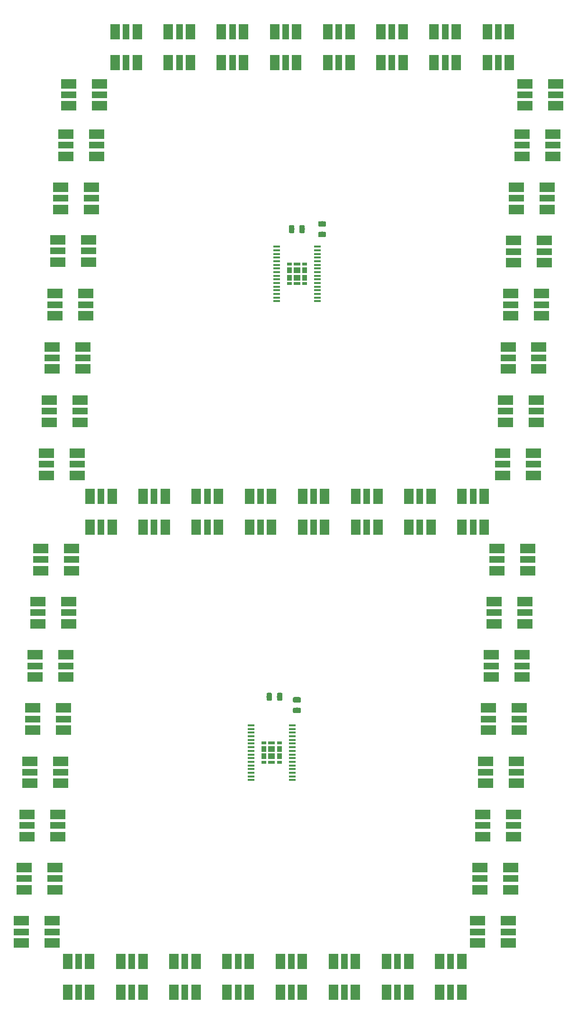
<source format=gbr>
G04 #@! TF.GenerationSoftware,KiCad,Pcbnew,(5.1.2)-1*
G04 #@! TF.CreationDate,2019-09-02T13:58:39+02:00*
G04 #@! TF.ProjectId,gross-kursiv2b,67726f73-732d-46b7-9572-73697632622e,rev?*
G04 #@! TF.SameCoordinates,Original*
G04 #@! TF.FileFunction,Paste,Top*
G04 #@! TF.FilePolarity,Positive*
%FSLAX46Y46*%
G04 Gerber Fmt 4.6, Leading zero omitted, Abs format (unit mm)*
G04 Created by KiCad (PCBNEW (5.1.2)-1) date 2019-09-02 13:58:39*
%MOMM*%
%LPD*%
G04 APERTURE LIST*
%ADD10C,0.100000*%
%ADD11C,0.975000*%
%ADD12R,1.200000X0.400000*%
%ADD13R,1.200000X1.000000*%
%ADD14R,1.200000X0.550000*%
%ADD15R,0.930000X1.000000*%
%ADD16R,0.930000X0.550000*%
%ADD17R,1.700000X2.700000*%
%ADD18R,1.300000X2.700000*%
%ADD19R,2.700000X1.700000*%
%ADD20R,2.700000X1.300000*%
G04 APERTURE END LIST*
D10*
G36*
X90980142Y-54951174D02*
G01*
X91003803Y-54954684D01*
X91027007Y-54960496D01*
X91049529Y-54968554D01*
X91071153Y-54978782D01*
X91091670Y-54991079D01*
X91110883Y-55005329D01*
X91128607Y-55021393D01*
X91144671Y-55039117D01*
X91158921Y-55058330D01*
X91171218Y-55078847D01*
X91181446Y-55100471D01*
X91189504Y-55122993D01*
X91195316Y-55146197D01*
X91198826Y-55169858D01*
X91200000Y-55193750D01*
X91200000Y-55681250D01*
X91198826Y-55705142D01*
X91195316Y-55728803D01*
X91189504Y-55752007D01*
X91181446Y-55774529D01*
X91171218Y-55796153D01*
X91158921Y-55816670D01*
X91144671Y-55835883D01*
X91128607Y-55853607D01*
X91110883Y-55869671D01*
X91091670Y-55883921D01*
X91071153Y-55896218D01*
X91049529Y-55906446D01*
X91027007Y-55914504D01*
X91003803Y-55920316D01*
X90980142Y-55923826D01*
X90956250Y-55925000D01*
X90043750Y-55925000D01*
X90019858Y-55923826D01*
X89996197Y-55920316D01*
X89972993Y-55914504D01*
X89950471Y-55906446D01*
X89928847Y-55896218D01*
X89908330Y-55883921D01*
X89889117Y-55869671D01*
X89871393Y-55853607D01*
X89855329Y-55835883D01*
X89841079Y-55816670D01*
X89828782Y-55796153D01*
X89818554Y-55774529D01*
X89810496Y-55752007D01*
X89804684Y-55728803D01*
X89801174Y-55705142D01*
X89800000Y-55681250D01*
X89800000Y-55193750D01*
X89801174Y-55169858D01*
X89804684Y-55146197D01*
X89810496Y-55122993D01*
X89818554Y-55100471D01*
X89828782Y-55078847D01*
X89841079Y-55058330D01*
X89855329Y-55039117D01*
X89871393Y-55021393D01*
X89889117Y-55005329D01*
X89908330Y-54991079D01*
X89928847Y-54978782D01*
X89950471Y-54968554D01*
X89972993Y-54960496D01*
X89996197Y-54954684D01*
X90019858Y-54951174D01*
X90043750Y-54950000D01*
X90956250Y-54950000D01*
X90980142Y-54951174D01*
X90980142Y-54951174D01*
G37*
D11*
X90500000Y-55437500D03*
D10*
G36*
X90980142Y-53076174D02*
G01*
X91003803Y-53079684D01*
X91027007Y-53085496D01*
X91049529Y-53093554D01*
X91071153Y-53103782D01*
X91091670Y-53116079D01*
X91110883Y-53130329D01*
X91128607Y-53146393D01*
X91144671Y-53164117D01*
X91158921Y-53183330D01*
X91171218Y-53203847D01*
X91181446Y-53225471D01*
X91189504Y-53247993D01*
X91195316Y-53271197D01*
X91198826Y-53294858D01*
X91200000Y-53318750D01*
X91200000Y-53806250D01*
X91198826Y-53830142D01*
X91195316Y-53853803D01*
X91189504Y-53877007D01*
X91181446Y-53899529D01*
X91171218Y-53921153D01*
X91158921Y-53941670D01*
X91144671Y-53960883D01*
X91128607Y-53978607D01*
X91110883Y-53994671D01*
X91091670Y-54008921D01*
X91071153Y-54021218D01*
X91049529Y-54031446D01*
X91027007Y-54039504D01*
X91003803Y-54045316D01*
X90980142Y-54048826D01*
X90956250Y-54050000D01*
X90043750Y-54050000D01*
X90019858Y-54048826D01*
X89996197Y-54045316D01*
X89972993Y-54039504D01*
X89950471Y-54031446D01*
X89928847Y-54021218D01*
X89908330Y-54008921D01*
X89889117Y-53994671D01*
X89871393Y-53978607D01*
X89855329Y-53960883D01*
X89841079Y-53941670D01*
X89828782Y-53921153D01*
X89818554Y-53899529D01*
X89810496Y-53877007D01*
X89804684Y-53853803D01*
X89801174Y-53830142D01*
X89800000Y-53806250D01*
X89800000Y-53318750D01*
X89801174Y-53294858D01*
X89804684Y-53271197D01*
X89810496Y-53247993D01*
X89818554Y-53225471D01*
X89828782Y-53203847D01*
X89841079Y-53183330D01*
X89855329Y-53164117D01*
X89871393Y-53146393D01*
X89889117Y-53130329D01*
X89908330Y-53116079D01*
X89928847Y-53103782D01*
X89950471Y-53093554D01*
X89972993Y-53085496D01*
X89996197Y-53079684D01*
X90019858Y-53076174D01*
X90043750Y-53075000D01*
X90956250Y-53075000D01*
X90980142Y-53076174D01*
X90980142Y-53076174D01*
G37*
D11*
X90500000Y-53562500D03*
D10*
G36*
X86480142Y-138076174D02*
G01*
X86503803Y-138079684D01*
X86527007Y-138085496D01*
X86549529Y-138093554D01*
X86571153Y-138103782D01*
X86591670Y-138116079D01*
X86610883Y-138130329D01*
X86628607Y-138146393D01*
X86644671Y-138164117D01*
X86658921Y-138183330D01*
X86671218Y-138203847D01*
X86681446Y-138225471D01*
X86689504Y-138247993D01*
X86695316Y-138271197D01*
X86698826Y-138294858D01*
X86700000Y-138318750D01*
X86700000Y-138806250D01*
X86698826Y-138830142D01*
X86695316Y-138853803D01*
X86689504Y-138877007D01*
X86681446Y-138899529D01*
X86671218Y-138921153D01*
X86658921Y-138941670D01*
X86644671Y-138960883D01*
X86628607Y-138978607D01*
X86610883Y-138994671D01*
X86591670Y-139008921D01*
X86571153Y-139021218D01*
X86549529Y-139031446D01*
X86527007Y-139039504D01*
X86503803Y-139045316D01*
X86480142Y-139048826D01*
X86456250Y-139050000D01*
X85543750Y-139050000D01*
X85519858Y-139048826D01*
X85496197Y-139045316D01*
X85472993Y-139039504D01*
X85450471Y-139031446D01*
X85428847Y-139021218D01*
X85408330Y-139008921D01*
X85389117Y-138994671D01*
X85371393Y-138978607D01*
X85355329Y-138960883D01*
X85341079Y-138941670D01*
X85328782Y-138921153D01*
X85318554Y-138899529D01*
X85310496Y-138877007D01*
X85304684Y-138853803D01*
X85301174Y-138830142D01*
X85300000Y-138806250D01*
X85300000Y-138318750D01*
X85301174Y-138294858D01*
X85304684Y-138271197D01*
X85310496Y-138247993D01*
X85318554Y-138225471D01*
X85328782Y-138203847D01*
X85341079Y-138183330D01*
X85355329Y-138164117D01*
X85371393Y-138146393D01*
X85389117Y-138130329D01*
X85408330Y-138116079D01*
X85428847Y-138103782D01*
X85450471Y-138093554D01*
X85472993Y-138085496D01*
X85496197Y-138079684D01*
X85519858Y-138076174D01*
X85543750Y-138075000D01*
X86456250Y-138075000D01*
X86480142Y-138076174D01*
X86480142Y-138076174D01*
G37*
D11*
X86000000Y-138562500D03*
D10*
G36*
X86480142Y-139951174D02*
G01*
X86503803Y-139954684D01*
X86527007Y-139960496D01*
X86549529Y-139968554D01*
X86571153Y-139978782D01*
X86591670Y-139991079D01*
X86610883Y-140005329D01*
X86628607Y-140021393D01*
X86644671Y-140039117D01*
X86658921Y-140058330D01*
X86671218Y-140078847D01*
X86681446Y-140100471D01*
X86689504Y-140122993D01*
X86695316Y-140146197D01*
X86698826Y-140169858D01*
X86700000Y-140193750D01*
X86700000Y-140681250D01*
X86698826Y-140705142D01*
X86695316Y-140728803D01*
X86689504Y-140752007D01*
X86681446Y-140774529D01*
X86671218Y-140796153D01*
X86658921Y-140816670D01*
X86644671Y-140835883D01*
X86628607Y-140853607D01*
X86610883Y-140869671D01*
X86591670Y-140883921D01*
X86571153Y-140896218D01*
X86549529Y-140906446D01*
X86527007Y-140914504D01*
X86503803Y-140920316D01*
X86480142Y-140923826D01*
X86456250Y-140925000D01*
X85543750Y-140925000D01*
X85519858Y-140923826D01*
X85496197Y-140920316D01*
X85472993Y-140914504D01*
X85450471Y-140906446D01*
X85428847Y-140896218D01*
X85408330Y-140883921D01*
X85389117Y-140869671D01*
X85371393Y-140853607D01*
X85355329Y-140835883D01*
X85341079Y-140816670D01*
X85328782Y-140796153D01*
X85318554Y-140774529D01*
X85310496Y-140752007D01*
X85304684Y-140728803D01*
X85301174Y-140705142D01*
X85300000Y-140681250D01*
X85300000Y-140193750D01*
X85301174Y-140169858D01*
X85304684Y-140146197D01*
X85310496Y-140122993D01*
X85318554Y-140100471D01*
X85328782Y-140078847D01*
X85341079Y-140058330D01*
X85355329Y-140039117D01*
X85371393Y-140021393D01*
X85389117Y-140005329D01*
X85408330Y-139991079D01*
X85428847Y-139978782D01*
X85450471Y-139968554D01*
X85472993Y-139960496D01*
X85496197Y-139954684D01*
X85519858Y-139951174D01*
X85543750Y-139950000D01*
X86456250Y-139950000D01*
X86480142Y-139951174D01*
X86480142Y-139951174D01*
G37*
D11*
X86000000Y-140437500D03*
D12*
X82350000Y-57625000D03*
X82350000Y-58275000D03*
X82350000Y-58925000D03*
X82350000Y-59575000D03*
X82350000Y-60225000D03*
X82350000Y-60875000D03*
X82350000Y-61525000D03*
X82350000Y-62175000D03*
X82350000Y-62825000D03*
X82350000Y-63475000D03*
X82350000Y-64125000D03*
X82350000Y-64775000D03*
X82350000Y-65425000D03*
X82350000Y-66075000D03*
X82350000Y-66725000D03*
X82350000Y-67375000D03*
X89650000Y-67375000D03*
X89650000Y-66725000D03*
X89650000Y-66075000D03*
X89650000Y-65425000D03*
X89650000Y-64775000D03*
X89650000Y-64125000D03*
X89650000Y-63475000D03*
X89650000Y-62825000D03*
X89650000Y-62175000D03*
X89650000Y-61525000D03*
X89650000Y-60875000D03*
X89650000Y-60225000D03*
X89650000Y-59575000D03*
X89650000Y-58925000D03*
X89650000Y-58275000D03*
X89650000Y-57625000D03*
D13*
X86000000Y-61850000D03*
X86000000Y-63150000D03*
D14*
X86000000Y-64225000D03*
X86000000Y-60775000D03*
D15*
X84635000Y-61850000D03*
X84635000Y-63150000D03*
X87365000Y-63150000D03*
X87365000Y-61850000D03*
D16*
X87365000Y-60775000D03*
X87365000Y-64225000D03*
X84635000Y-64225000D03*
X84635000Y-60775000D03*
X80135000Y-146275000D03*
X80135000Y-149725000D03*
X82865000Y-149725000D03*
X82865000Y-146275000D03*
D15*
X82865000Y-147350000D03*
X82865000Y-148650000D03*
X80135000Y-148650000D03*
X80135000Y-147350000D03*
D14*
X81500000Y-146275000D03*
X81500000Y-149725000D03*
D13*
X81500000Y-148650000D03*
X81500000Y-147350000D03*
D12*
X85150000Y-143125000D03*
X85150000Y-143775000D03*
X85150000Y-144425000D03*
X85150000Y-145075000D03*
X85150000Y-145725000D03*
X85150000Y-146375000D03*
X85150000Y-147025000D03*
X85150000Y-147675000D03*
X85150000Y-148325000D03*
X85150000Y-148975000D03*
X85150000Y-149625000D03*
X85150000Y-150275000D03*
X85150000Y-150925000D03*
X85150000Y-151575000D03*
X85150000Y-152225000D03*
X85150000Y-152875000D03*
X77850000Y-152875000D03*
X77850000Y-152225000D03*
X77850000Y-151575000D03*
X77850000Y-150925000D03*
X77850000Y-150275000D03*
X77850000Y-149625000D03*
X77850000Y-148975000D03*
X77850000Y-148325000D03*
X77850000Y-147675000D03*
X77850000Y-147025000D03*
X77850000Y-146375000D03*
X77850000Y-145725000D03*
X77850000Y-145075000D03*
X77850000Y-144425000D03*
X77850000Y-143775000D03*
X77850000Y-143125000D03*
D10*
G36*
X81330142Y-137301174D02*
G01*
X81353803Y-137304684D01*
X81377007Y-137310496D01*
X81399529Y-137318554D01*
X81421153Y-137328782D01*
X81441670Y-137341079D01*
X81460883Y-137355329D01*
X81478607Y-137371393D01*
X81494671Y-137389117D01*
X81508921Y-137408330D01*
X81521218Y-137428847D01*
X81531446Y-137450471D01*
X81539504Y-137472993D01*
X81545316Y-137496197D01*
X81548826Y-137519858D01*
X81550000Y-137543750D01*
X81550000Y-138456250D01*
X81548826Y-138480142D01*
X81545316Y-138503803D01*
X81539504Y-138527007D01*
X81531446Y-138549529D01*
X81521218Y-138571153D01*
X81508921Y-138591670D01*
X81494671Y-138610883D01*
X81478607Y-138628607D01*
X81460883Y-138644671D01*
X81441670Y-138658921D01*
X81421153Y-138671218D01*
X81399529Y-138681446D01*
X81377007Y-138689504D01*
X81353803Y-138695316D01*
X81330142Y-138698826D01*
X81306250Y-138700000D01*
X80818750Y-138700000D01*
X80794858Y-138698826D01*
X80771197Y-138695316D01*
X80747993Y-138689504D01*
X80725471Y-138681446D01*
X80703847Y-138671218D01*
X80683330Y-138658921D01*
X80664117Y-138644671D01*
X80646393Y-138628607D01*
X80630329Y-138610883D01*
X80616079Y-138591670D01*
X80603782Y-138571153D01*
X80593554Y-138549529D01*
X80585496Y-138527007D01*
X80579684Y-138503803D01*
X80576174Y-138480142D01*
X80575000Y-138456250D01*
X80575000Y-137543750D01*
X80576174Y-137519858D01*
X80579684Y-137496197D01*
X80585496Y-137472993D01*
X80593554Y-137450471D01*
X80603782Y-137428847D01*
X80616079Y-137408330D01*
X80630329Y-137389117D01*
X80646393Y-137371393D01*
X80664117Y-137355329D01*
X80683330Y-137341079D01*
X80703847Y-137328782D01*
X80725471Y-137318554D01*
X80747993Y-137310496D01*
X80771197Y-137304684D01*
X80794858Y-137301174D01*
X80818750Y-137300000D01*
X81306250Y-137300000D01*
X81330142Y-137301174D01*
X81330142Y-137301174D01*
G37*
D11*
X81062500Y-138000000D03*
D10*
G36*
X83205142Y-137301174D02*
G01*
X83228803Y-137304684D01*
X83252007Y-137310496D01*
X83274529Y-137318554D01*
X83296153Y-137328782D01*
X83316670Y-137341079D01*
X83335883Y-137355329D01*
X83353607Y-137371393D01*
X83369671Y-137389117D01*
X83383921Y-137408330D01*
X83396218Y-137428847D01*
X83406446Y-137450471D01*
X83414504Y-137472993D01*
X83420316Y-137496197D01*
X83423826Y-137519858D01*
X83425000Y-137543750D01*
X83425000Y-138456250D01*
X83423826Y-138480142D01*
X83420316Y-138503803D01*
X83414504Y-138527007D01*
X83406446Y-138549529D01*
X83396218Y-138571153D01*
X83383921Y-138591670D01*
X83369671Y-138610883D01*
X83353607Y-138628607D01*
X83335883Y-138644671D01*
X83316670Y-138658921D01*
X83296153Y-138671218D01*
X83274529Y-138681446D01*
X83252007Y-138689504D01*
X83228803Y-138695316D01*
X83205142Y-138698826D01*
X83181250Y-138700000D01*
X82693750Y-138700000D01*
X82669858Y-138698826D01*
X82646197Y-138695316D01*
X82622993Y-138689504D01*
X82600471Y-138681446D01*
X82578847Y-138671218D01*
X82558330Y-138658921D01*
X82539117Y-138644671D01*
X82521393Y-138628607D01*
X82505329Y-138610883D01*
X82491079Y-138591670D01*
X82478782Y-138571153D01*
X82468554Y-138549529D01*
X82460496Y-138527007D01*
X82454684Y-138503803D01*
X82451174Y-138480142D01*
X82450000Y-138456250D01*
X82450000Y-137543750D01*
X82451174Y-137519858D01*
X82454684Y-137496197D01*
X82460496Y-137472993D01*
X82468554Y-137450471D01*
X82478782Y-137428847D01*
X82491079Y-137408330D01*
X82505329Y-137389117D01*
X82521393Y-137371393D01*
X82539117Y-137355329D01*
X82558330Y-137341079D01*
X82578847Y-137328782D01*
X82600471Y-137318554D01*
X82622993Y-137310496D01*
X82646197Y-137304684D01*
X82669858Y-137301174D01*
X82693750Y-137300000D01*
X83181250Y-137300000D01*
X83205142Y-137301174D01*
X83205142Y-137301174D01*
G37*
D11*
X82937500Y-138000000D03*
D10*
G36*
X87205142Y-53801174D02*
G01*
X87228803Y-53804684D01*
X87252007Y-53810496D01*
X87274529Y-53818554D01*
X87296153Y-53828782D01*
X87316670Y-53841079D01*
X87335883Y-53855329D01*
X87353607Y-53871393D01*
X87369671Y-53889117D01*
X87383921Y-53908330D01*
X87396218Y-53928847D01*
X87406446Y-53950471D01*
X87414504Y-53972993D01*
X87420316Y-53996197D01*
X87423826Y-54019858D01*
X87425000Y-54043750D01*
X87425000Y-54956250D01*
X87423826Y-54980142D01*
X87420316Y-55003803D01*
X87414504Y-55027007D01*
X87406446Y-55049529D01*
X87396218Y-55071153D01*
X87383921Y-55091670D01*
X87369671Y-55110883D01*
X87353607Y-55128607D01*
X87335883Y-55144671D01*
X87316670Y-55158921D01*
X87296153Y-55171218D01*
X87274529Y-55181446D01*
X87252007Y-55189504D01*
X87228803Y-55195316D01*
X87205142Y-55198826D01*
X87181250Y-55200000D01*
X86693750Y-55200000D01*
X86669858Y-55198826D01*
X86646197Y-55195316D01*
X86622993Y-55189504D01*
X86600471Y-55181446D01*
X86578847Y-55171218D01*
X86558330Y-55158921D01*
X86539117Y-55144671D01*
X86521393Y-55128607D01*
X86505329Y-55110883D01*
X86491079Y-55091670D01*
X86478782Y-55071153D01*
X86468554Y-55049529D01*
X86460496Y-55027007D01*
X86454684Y-55003803D01*
X86451174Y-54980142D01*
X86450000Y-54956250D01*
X86450000Y-54043750D01*
X86451174Y-54019858D01*
X86454684Y-53996197D01*
X86460496Y-53972993D01*
X86468554Y-53950471D01*
X86478782Y-53928847D01*
X86491079Y-53908330D01*
X86505329Y-53889117D01*
X86521393Y-53871393D01*
X86539117Y-53855329D01*
X86558330Y-53841079D01*
X86578847Y-53828782D01*
X86600471Y-53818554D01*
X86622993Y-53810496D01*
X86646197Y-53804684D01*
X86669858Y-53801174D01*
X86693750Y-53800000D01*
X87181250Y-53800000D01*
X87205142Y-53801174D01*
X87205142Y-53801174D01*
G37*
D11*
X86937500Y-54500000D03*
D10*
G36*
X85330142Y-53801174D02*
G01*
X85353803Y-53804684D01*
X85377007Y-53810496D01*
X85399529Y-53818554D01*
X85421153Y-53828782D01*
X85441670Y-53841079D01*
X85460883Y-53855329D01*
X85478607Y-53871393D01*
X85494671Y-53889117D01*
X85508921Y-53908330D01*
X85521218Y-53928847D01*
X85531446Y-53950471D01*
X85539504Y-53972993D01*
X85545316Y-53996197D01*
X85548826Y-54019858D01*
X85550000Y-54043750D01*
X85550000Y-54956250D01*
X85548826Y-54980142D01*
X85545316Y-55003803D01*
X85539504Y-55027007D01*
X85531446Y-55049529D01*
X85521218Y-55071153D01*
X85508921Y-55091670D01*
X85494671Y-55110883D01*
X85478607Y-55128607D01*
X85460883Y-55144671D01*
X85441670Y-55158921D01*
X85421153Y-55171218D01*
X85399529Y-55181446D01*
X85377007Y-55189504D01*
X85353803Y-55195316D01*
X85330142Y-55198826D01*
X85306250Y-55200000D01*
X84818750Y-55200000D01*
X84794858Y-55198826D01*
X84771197Y-55195316D01*
X84747993Y-55189504D01*
X84725471Y-55181446D01*
X84703847Y-55171218D01*
X84683330Y-55158921D01*
X84664117Y-55144671D01*
X84646393Y-55128607D01*
X84630329Y-55110883D01*
X84616079Y-55091670D01*
X84603782Y-55071153D01*
X84593554Y-55049529D01*
X84585496Y-55027007D01*
X84579684Y-55003803D01*
X84576174Y-54980142D01*
X84575000Y-54956250D01*
X84575000Y-54043750D01*
X84576174Y-54019858D01*
X84579684Y-53996197D01*
X84585496Y-53972993D01*
X84593554Y-53950471D01*
X84603782Y-53928847D01*
X84616079Y-53908330D01*
X84630329Y-53889117D01*
X84646393Y-53871393D01*
X84664117Y-53855329D01*
X84683330Y-53841079D01*
X84703847Y-53828782D01*
X84725471Y-53818554D01*
X84747993Y-53810496D01*
X84771197Y-53804684D01*
X84794858Y-53801174D01*
X84818750Y-53800000D01*
X85306250Y-53800000D01*
X85330142Y-53801174D01*
X85330142Y-53801174D01*
G37*
D11*
X85062500Y-54500000D03*
D17*
X85975000Y-19250000D03*
D18*
X84000000Y-19250000D03*
D17*
X82025000Y-19250000D03*
X82025000Y-24750000D03*
D18*
X84000000Y-24750000D03*
D17*
X85975000Y-24750000D03*
X72525000Y-24750000D03*
D18*
X74500000Y-24750000D03*
D17*
X76475000Y-24750000D03*
X76475000Y-19250000D03*
D18*
X74500000Y-19250000D03*
D17*
X72525000Y-19250000D03*
X66975000Y-19250000D03*
D18*
X65000000Y-19250000D03*
D17*
X63025000Y-19250000D03*
X63025000Y-24750000D03*
D18*
X65000000Y-24750000D03*
D17*
X66975000Y-24750000D03*
X53525000Y-24750000D03*
D18*
X55500000Y-24750000D03*
D17*
X57475000Y-24750000D03*
X57475000Y-19250000D03*
D18*
X55500000Y-19250000D03*
D17*
X53525000Y-19250000D03*
D19*
X44250000Y-143975000D03*
D20*
X44250000Y-142000000D03*
D19*
X44250000Y-140025000D03*
X38750000Y-140025000D03*
D20*
X38750000Y-142000000D03*
D19*
X38750000Y-143975000D03*
X39250000Y-130525000D03*
D20*
X39250000Y-132500000D03*
D19*
X39250000Y-134475000D03*
X44750000Y-134475000D03*
D20*
X44750000Y-132500000D03*
D19*
X44750000Y-130525000D03*
X45250000Y-124975000D03*
D20*
X45250000Y-123000000D03*
D19*
X45250000Y-121025000D03*
X39750000Y-121025000D03*
D20*
X39750000Y-123000000D03*
D19*
X39750000Y-124975000D03*
X40250000Y-111525000D03*
D20*
X40250000Y-113500000D03*
D19*
X40250000Y-115475000D03*
X45750000Y-115475000D03*
D20*
X45750000Y-113500000D03*
D19*
X45750000Y-111525000D03*
X48750000Y-60375000D03*
D20*
X48750000Y-58400000D03*
D19*
X48750000Y-56425000D03*
X43250000Y-56425000D03*
D20*
X43250000Y-58400000D03*
D19*
X43250000Y-60375000D03*
X43750000Y-47025000D03*
D20*
X43750000Y-49000000D03*
D19*
X43750000Y-50975000D03*
X49250000Y-50975000D03*
D20*
X49250000Y-49000000D03*
D19*
X49250000Y-47025000D03*
X50250000Y-41475000D03*
D20*
X50250000Y-39500000D03*
D19*
X50250000Y-37525000D03*
X44750000Y-37525000D03*
D20*
X44750000Y-39500000D03*
D19*
X44750000Y-41475000D03*
X45250000Y-28525000D03*
D20*
X45250000Y-30500000D03*
D19*
X45250000Y-32475000D03*
X50750000Y-32475000D03*
D20*
X50750000Y-30500000D03*
D19*
X50750000Y-28525000D03*
X38250000Y-149525000D03*
D20*
X38250000Y-151500000D03*
D19*
X38250000Y-153475000D03*
X43750000Y-153475000D03*
D20*
X43750000Y-151500000D03*
D19*
X43750000Y-149525000D03*
X43250000Y-162975000D03*
D20*
X43250000Y-161000000D03*
D19*
X43250000Y-159025000D03*
X37750000Y-159025000D03*
D20*
X37750000Y-161000000D03*
D19*
X37750000Y-162975000D03*
X37250000Y-168525000D03*
D20*
X37250000Y-170500000D03*
D19*
X37250000Y-172475000D03*
X42750000Y-172475000D03*
D20*
X42750000Y-170500000D03*
D19*
X42750000Y-168525000D03*
X42250000Y-181975000D03*
D20*
X42250000Y-180000000D03*
D19*
X42250000Y-178025000D03*
X36750000Y-178025000D03*
D20*
X36750000Y-180000000D03*
D19*
X36750000Y-181975000D03*
X48250000Y-69975000D03*
D20*
X48250000Y-68000000D03*
D19*
X48250000Y-66025000D03*
X42750000Y-66025000D03*
D20*
X42750000Y-68000000D03*
D19*
X42750000Y-69975000D03*
X42250000Y-75525000D03*
D20*
X42250000Y-77500000D03*
D19*
X42250000Y-79475000D03*
X47750000Y-79475000D03*
D20*
X47750000Y-77500000D03*
D19*
X47750000Y-75525000D03*
X47250000Y-88975000D03*
D20*
X47250000Y-87000000D03*
D19*
X47250000Y-85025000D03*
X41750000Y-85025000D03*
D20*
X41750000Y-87000000D03*
D19*
X41750000Y-88975000D03*
X41250000Y-94525000D03*
D20*
X41250000Y-96500000D03*
D19*
X41250000Y-98475000D03*
X46750000Y-98475000D03*
D20*
X46750000Y-96500000D03*
D19*
X46750000Y-94525000D03*
D17*
X77475000Y-185250000D03*
D18*
X75500000Y-185250000D03*
D17*
X73525000Y-185250000D03*
X73525000Y-190750000D03*
D18*
X75500000Y-190750000D03*
D17*
X77475000Y-190750000D03*
X64025000Y-190750000D03*
D18*
X66000000Y-190750000D03*
D17*
X67975000Y-190750000D03*
X67975000Y-185250000D03*
D18*
X66000000Y-185250000D03*
D17*
X64025000Y-185250000D03*
X58475000Y-185250000D03*
D18*
X56500000Y-185250000D03*
D17*
X54525000Y-185250000D03*
X54525000Y-190750000D03*
D18*
X56500000Y-190750000D03*
D17*
X58475000Y-190750000D03*
X45025000Y-190750000D03*
D18*
X47000000Y-190750000D03*
D17*
X48975000Y-190750000D03*
X48975000Y-185250000D03*
D18*
X47000000Y-185250000D03*
D17*
X45025000Y-185250000D03*
X81475000Y-102250000D03*
D18*
X79500000Y-102250000D03*
D17*
X77525000Y-102250000D03*
X77525000Y-107750000D03*
D18*
X79500000Y-107750000D03*
D17*
X81475000Y-107750000D03*
X68025000Y-107750000D03*
D18*
X70000000Y-107750000D03*
D17*
X71975000Y-107750000D03*
X71975000Y-102250000D03*
D18*
X70000000Y-102250000D03*
D17*
X68025000Y-102250000D03*
X62475000Y-102250000D03*
D18*
X60500000Y-102250000D03*
D17*
X58525000Y-102250000D03*
X58525000Y-107750000D03*
D18*
X60500000Y-107750000D03*
D17*
X62475000Y-107750000D03*
X49025000Y-107750000D03*
D18*
X51000000Y-107750000D03*
D17*
X52975000Y-107750000D03*
X52975000Y-102250000D03*
D18*
X51000000Y-102250000D03*
D17*
X49025000Y-102250000D03*
X83025000Y-190750000D03*
D18*
X85000000Y-190750000D03*
D17*
X86975000Y-190750000D03*
X86975000Y-185250000D03*
D18*
X85000000Y-185250000D03*
D17*
X83025000Y-185250000D03*
X96475000Y-185250000D03*
D18*
X94500000Y-185250000D03*
D17*
X92525000Y-185250000D03*
X92525000Y-190750000D03*
D18*
X94500000Y-190750000D03*
D17*
X96475000Y-190750000D03*
X102025000Y-190750000D03*
D18*
X104000000Y-190750000D03*
D17*
X105975000Y-190750000D03*
X105975000Y-185250000D03*
D18*
X104000000Y-185250000D03*
D17*
X102025000Y-185250000D03*
X115475000Y-185250000D03*
D18*
X113500000Y-185250000D03*
D17*
X111525000Y-185250000D03*
X111525000Y-190750000D03*
D18*
X113500000Y-190750000D03*
D17*
X115475000Y-190750000D03*
X87025000Y-107750000D03*
D18*
X89000000Y-107750000D03*
D17*
X90975000Y-107750000D03*
X90975000Y-102250000D03*
D18*
X89000000Y-102250000D03*
D17*
X87025000Y-102250000D03*
X100475000Y-102250000D03*
D18*
X98500000Y-102250000D03*
D17*
X96525000Y-102250000D03*
X96525000Y-107750000D03*
D18*
X98500000Y-107750000D03*
D17*
X100475000Y-107750000D03*
X106025000Y-107750000D03*
D18*
X108000000Y-107750000D03*
D17*
X109975000Y-107750000D03*
X109975000Y-102250000D03*
D18*
X108000000Y-102250000D03*
D17*
X106025000Y-102250000D03*
X119475000Y-102250000D03*
D18*
X117500000Y-102250000D03*
D17*
X115525000Y-102250000D03*
X115525000Y-107750000D03*
D18*
X117500000Y-107750000D03*
D17*
X119475000Y-107750000D03*
D19*
X119750000Y-149525000D03*
D20*
X119750000Y-151500000D03*
D19*
X119750000Y-153475000D03*
X125250000Y-153475000D03*
D20*
X125250000Y-151500000D03*
D19*
X125250000Y-149525000D03*
X124750000Y-162975000D03*
D20*
X124750000Y-161000000D03*
D19*
X124750000Y-159025000D03*
X119250000Y-159025000D03*
D20*
X119250000Y-161000000D03*
D19*
X119250000Y-162975000D03*
X118750000Y-168525000D03*
D20*
X118750000Y-170500000D03*
D19*
X118750000Y-172475000D03*
X124250000Y-172475000D03*
D20*
X124250000Y-170500000D03*
D19*
X124250000Y-168525000D03*
X123750000Y-181975000D03*
D20*
X123750000Y-180000000D03*
D19*
X123750000Y-178025000D03*
X118250000Y-178025000D03*
D20*
X118250000Y-180000000D03*
D19*
X118250000Y-181975000D03*
X124250000Y-66025000D03*
D20*
X124250000Y-68000000D03*
D19*
X124250000Y-69975000D03*
X129750000Y-69975000D03*
D20*
X129750000Y-68000000D03*
D19*
X129750000Y-66025000D03*
X129250000Y-79475000D03*
D20*
X129250000Y-77500000D03*
D19*
X129250000Y-75525000D03*
X123750000Y-75525000D03*
D20*
X123750000Y-77500000D03*
D19*
X123750000Y-79475000D03*
X123250000Y-85025000D03*
D20*
X123250000Y-87000000D03*
D19*
X123250000Y-88975000D03*
X128750000Y-88975000D03*
D20*
X128750000Y-87000000D03*
D19*
X128750000Y-85025000D03*
X128250000Y-98475000D03*
D20*
X128250000Y-96500000D03*
D19*
X128250000Y-94525000D03*
X122750000Y-94525000D03*
D20*
X122750000Y-96500000D03*
D19*
X122750000Y-98475000D03*
X125750000Y-143975000D03*
D20*
X125750000Y-142000000D03*
D19*
X125750000Y-140025000D03*
X120250000Y-140025000D03*
D20*
X120250000Y-142000000D03*
D19*
X120250000Y-143975000D03*
X120750000Y-130525000D03*
D20*
X120750000Y-132500000D03*
D19*
X120750000Y-134475000D03*
X126250000Y-134475000D03*
D20*
X126250000Y-132500000D03*
D19*
X126250000Y-130525000D03*
X126750000Y-124975000D03*
D20*
X126750000Y-123000000D03*
D19*
X126750000Y-121025000D03*
X121250000Y-121025000D03*
D20*
X121250000Y-123000000D03*
D19*
X121250000Y-124975000D03*
X121750000Y-111525000D03*
D20*
X121750000Y-113500000D03*
D19*
X121750000Y-115475000D03*
X127250000Y-115475000D03*
D20*
X127250000Y-113500000D03*
D19*
X127250000Y-111525000D03*
X124750000Y-56525000D03*
D20*
X124750000Y-58500000D03*
D19*
X124750000Y-60475000D03*
X130250000Y-60475000D03*
D20*
X130250000Y-58500000D03*
D19*
X130250000Y-56525000D03*
X130750000Y-50975000D03*
D20*
X130750000Y-49000000D03*
D19*
X130750000Y-47025000D03*
X125250000Y-47025000D03*
D20*
X125250000Y-49000000D03*
D19*
X125250000Y-50975000D03*
X126250000Y-37525000D03*
D20*
X126250000Y-39500000D03*
D19*
X126250000Y-41475000D03*
X131750000Y-41475000D03*
D20*
X131750000Y-39500000D03*
D19*
X131750000Y-37525000D03*
X132250000Y-32475000D03*
D20*
X132250000Y-30500000D03*
D19*
X132250000Y-28525000D03*
X126750000Y-28525000D03*
D20*
X126750000Y-30500000D03*
D19*
X126750000Y-32475000D03*
D17*
X91525000Y-24750000D03*
D18*
X93500000Y-24750000D03*
D17*
X95475000Y-24750000D03*
X95475000Y-19250000D03*
D18*
X93500000Y-19250000D03*
D17*
X91525000Y-19250000D03*
X104975000Y-19250000D03*
D18*
X103000000Y-19250000D03*
D17*
X101025000Y-19250000D03*
X101025000Y-24750000D03*
D18*
X103000000Y-24750000D03*
D17*
X104975000Y-24750000D03*
X110525000Y-24750000D03*
D18*
X112500000Y-24750000D03*
D17*
X114475000Y-24750000D03*
X114475000Y-19250000D03*
D18*
X112500000Y-19250000D03*
D17*
X110525000Y-19250000D03*
X123975000Y-19250000D03*
D18*
X122000000Y-19250000D03*
D17*
X120025000Y-19250000D03*
X120025000Y-24750000D03*
D18*
X122000000Y-24750000D03*
D17*
X123975000Y-24750000D03*
M02*

</source>
